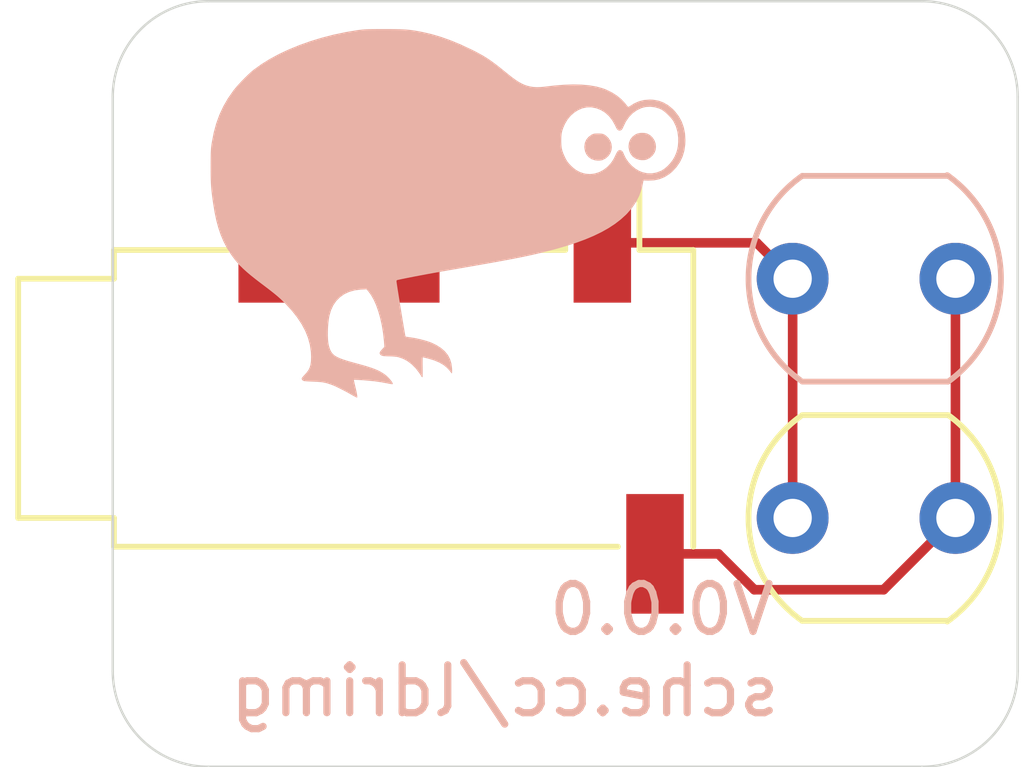
<source format=kicad_pcb>
(kicad_pcb (version 20240108) (generator "pcbnew") (generator_version "8.0")
  (layers (0 "F.Cu" signal) (31 "B.Cu" signal) (34 "B.Paste" user) (35 "F.Paste" user) (36 "B.SilkS" user "B.Silkscreen") (37 "F.SilkS" user "F.Silkscreen") (38 "B.Mask" user) (39 "F.Mask" user) (44 "Edge.Cuts" user))
  (net 0 "")
  (net 1 "Net-(J1-PadT)")
  (net 4 "Net-(J1-PadS)")
  (footprint "Connector_Audio:Jack_3.5mm_PJ320D_Horizontal" (layer "F.Cu") (at 120 60)
    (property "Reference" "J1" (hide yes))
    (property "Value" "AudioJack4")
    (fp_line (start -8.375 -2.5) (end -8.375 2.5) (stroke (width 0.12)) (layer "F.SilkS"))
    (fp_line (start -6.375 -3.1) (end -6.375 -2.5) (stroke (width 0.12)) (layer "F.SilkS"))
    (fp_line (start -6.375 -3.1) (end -4 -3.1) (stroke (width 0.12)) (layer "F.SilkS"))
    (fp_line (start -6.375 -2.5) (end -8.375 -2.5) (stroke (width 0.12)) (layer "F.SilkS"))
    (fp_line (start -6.375 2.5) (end -8.375 2.5) (stroke (width 0.12)) (layer "F.SilkS"))
    (fp_line (start -6.375 2.5) (end -6.375 3.1) (stroke (width 0.12)) (layer "F.SilkS"))
    (fp_line (start -2.35 -3.1) (end -1 -3.1) (stroke (width 0.12)) (layer "F.SilkS"))
    (fp_line (start 0.65 -3.1) (end 3.05 -3.1) (stroke (width 0.12)) (layer "F.SilkS"))
    (fp_line (start 3.05 -3.1) (end 3.05 -4.5) (stroke (width 0.12)) (layer "F.SilkS"))
    (fp_line (start 4.15 3.1) (end -6.375 3.1) (stroke (width 0.12)) (layer "F.SilkS"))
    (fp_line (start 4.6 -3.1) (end 4.6 -4.5) (stroke (width 0.12)) (layer "F.SilkS"))
    (fp_line (start 4.6 -3.1) (end 5.725 -3.1) (stroke (width 0.12)) (layer "F.SilkS"))
    (fp_line (start 5.725 3.1) (end 5.725 -3.1) (stroke (width 0.12)) (layer "F.SilkS"))
    (pad "" np_thru_hole circle (at -4.775 0) (size 1.5 1.5) (drill 1.5) (layers "*.Cu" "*.Mask"))
    (pad "" np_thru_hole circle (at 2.225 0) (size 1.5 1.5) (drill 1.5) (layers "*.Cu" "*.Mask"))
    (pad "R1" smd rect (at -0.175 -3.25) (size 1.2 2.5) (layers "F.Cu" "F.Paste" "F.Mask"))
    (pad "R2" smd rect (at -3.175 -3.25) (size 1.2 2.5) (layers "F.Cu" "F.Paste" "F.Mask"))
    (pad "S" smd rect (at 4.925 3.25) (size 1.2 2.5) (layers "F.Cu" "F.Paste" "F.Mask") (net 4 "Net-(J1-PadS)"))
    (pad "T" smd rect (at 3.825 -3.25) (size 1.2 2.5) (layers "F.Cu" "F.Paste" "F.Mask") (net 1 "Net-(J1-PadT)"))
  )
  (footprint "OptoDevice:R_LDR_5.1x4.3mm_P3.4mm_Vertical" (layer "F.Cu") (at 131.2 62.5 180)
    (property "Reference" "R2" (hide yes))
    (property "Value" "GL5528")
    (fp_line (start 0.15 2.15) (end 3.2 2.15) (stroke (width 0.12)) (layer "F.SilkS"))
    (fp_line (start 0.15 -2.15) (end 3.2 -2.15) (stroke (width 0.12)) (layer "F.SilkS"))
    (fp_arc (start 3.2 -2.15) (mid 4.321403 -0.027338) (end 3.244513 2.118249) (stroke (width 0.12)) (layer "F.SilkS"))
    (fp_arc (start 0.15 2.15) (mid -0.950438 -0.013368) (end 0.171766 -2.165525) (stroke (width 0.12)) (layer "F.SilkS"))
    (pad "1" thru_hole circle (at 0 0 180) (size 1.5 1.5) (drill 0.8) (layers "*.Cu" "*.Mask") (net 4 "Net-(J1-PadS)"))
    (pad "2" thru_hole circle (at 3.4 0 180) (size 1.5 1.5) (drill 0.8) (layers "*.Cu" "*.Mask") (net 1 "Net-(J1-PadT)"))
  )
  (footprint "OptoDevice:R_LDR_5.1x4.3mm_P3.4mm_Vertical" (layer "B.Cu") (at 131.2 57.5 180)
    (property "Reference" "R1" (hide yes))
    (property "Value" "GL5528")
    (fp_line (start 3.2 2.15) (end 0.15 2.15) (stroke (width 0.12)) (layer "B.SilkS"))
    (fp_line (start 3.2 -2.15) (end 0.15 -2.15) (stroke (width 0.12)) (layer "B.SilkS"))
    (fp_arc (start 3.244513 -2.118249) (mid 4.321403 0.027338) (end 3.2 2.15) (stroke (width 0.12)) (layer "B.SilkS"))
    (fp_arc (start 0.171766 2.165525) (mid -0.950438 0.013368) (end 0.15 -2.15) (stroke (width 0.12)) (layer "B.SilkS"))
    (pad "1" thru_hole circle (at 0 0 180) (size 1.5 1.5) (drill 0.8) (layers "*.Cu" "*.Mask") (net 4 "Net-(J1-PadS)"))
    (pad "2" thru_hole circle (at 3.4 0 180) (size 1.5 1.5) (drill 0.8) (layers "*.Cu" "*.Mask") (net 1 "Net-(J1-PadT)"))
  )
  (footprint "LOGO" (layer "B.Cu") (at 120.6 55.7 180)
    (property "Reference" "G***" (at 0 0 180) (layer "B.SilkS") (effects (font (size 1.5 1.5) (thickness 0.3)) (justify mirror)))
    (property "Value" "LOGO" (hide yes))
    (fp_poly (pts (xy -3.970841 1.238763) (xy -3.918911 1.218686) (xy -3.916061 1.217057) (xy -3.854736 1.170583) (xy -3.809758 1.113257) (xy -3.78185 1.046464) (xy -3.771736 0.97159) (xy -3.772604 0.942743) (xy -3.786953 0.867071) (xy -3.817425 0.801882) (xy -3.862407 0.748752) (xy -3.920289 0.70926) (xy -3.989458 0.684982) (xy -4.043164 0.677913) (xy -4.098606 0.678479) (xy -4.14257 0.685849) (xy -4.150294 0.688395) (xy -4.218229 0.723442) (xy -4.274171 0.772373) (xy -4.31575 0.832661) (xy -4.33721 0.887855) (xy -4.346298 0.956779) (xy -4.338085 1.02566) (xy -4.314401 1.091005) (xy -4.277078 1.149325) (xy -4.227946 1.197129) (xy -4.168834 1.230926) (xy -4.154589 1.236162) (xy -4.096068 1.248093) (xy -4.032356 1.248762)) (fill solid) (layer "B.SilkS"))
    (fp_poly (pts (xy -3.089263 1.234704) (xy -3.057089 1.232226) (xy -3.032838 1.226688) (xy -3.010556 1.216937) (xy -2.994759 1.208058) (xy -2.932698 1.161175) (xy -2.887315 1.103823) (xy -2.859213 1.03715) (xy -2.848998 0.962304) (xy -2.849869 0.932822) (xy -2.864219 0.857149) (xy -2.894691 0.79196) (xy -2.939673 0.738831) (xy -2.997554 0.699338) (xy -3.066724 0.67506) (xy -3.12043 0.667991) (xy -3.175872 0.668557) (xy -3.219836 0.675927) (xy -3.227559 0.678474) (xy -3.295445 0.71329) (xy -3.350118 0.760713) (xy -3.39046 0.818079) (xy -3.415352 0.882722) (xy -3.423673 0.951977) (xy -3.414303 1.02318) (xy -3.394825 1.076614) (xy -3.352839 1.14272) (xy -3.296146 1.195924) (xy -3.261682 1.217725) (xy -3.238654 1.226972) (xy -3.207852 1.232503) (xy -3.164536 1.234977) (xy -3.135312 1.235273)) (fill solid) (layer "B.SilkS"))
    (fp_poly (pts (xy 1.329531 3.417966) (xy 1.432588 3.41785) (xy 1.518434 3.4175) (xy 1.589703 3.416809) (xy 1.649027 3.415671) (xy 1.69904 3.413979) (xy 1.742373 3.411628) (xy 1.781661 3.40851) (xy 1.819536 3.404521) (xy 1.85863 3.399553) (xy 1.888265 3.395417) (xy 2.140012 3.353657) (xy 2.388597 3.301086) (xy 2.632251 3.238384) (xy 2.869202 3.16623) (xy 3.09768 3.085303) (xy 3.315915 2.996282) (xy 3.522136 2.899845) (xy 3.714572 2.796672) (xy 3.891452 2.687443) (xy 4.051006 2.572835) (xy 4.067969 2.559496) (xy 4.120127 2.515236) (xy 4.180688 2.459205) (xy 4.245872 2.395297) (xy 4.311902 2.327407) (xy 4.374999 2.259429) (xy 4.431385 2.195258) (xy 4.477281 2.138789) (xy 4.481536 2.133203) (xy 4.595238 1.969766) (xy 4.692342 1.801679) (xy 4.773772 1.626705) (xy 4.840453 1.442605) (xy 4.893309 1.247143) (xy 4.932906 1.040364) (xy 4.938984 0.999887) (xy 4.943867 0.962253) (xy 4.947686 0.9246) (xy 4.950573 0.884068) (xy 4.952659 0.837795) (xy 4.954074 0.78292) (xy 4.954952 0.716581) (xy 4.955422 0.635916) (xy 4.955608 0.545703) (xy 4.955502 0.43736) (xy 4.954766 0.34497) (xy 4.953146 0.264648) (xy 4.950386 0.192506) (xy 4.946232 0.124659) (xy 4.940428 0.05722) (xy 4.93272 -0.013698) (xy 4.922851 -0.091982) (xy 4.910567 -0.181516) (xy 4.905539 -0.217012) (xy 4.874547 -0.407674) (xy 4.838043 -0.581259) (xy 4.795296 -0.739949) (xy 4.745572 -0.885925) (xy 4.688137 -1.021371) (xy 4.622259 -1.148469) (xy 4.556735 -1.255117) (xy 4.50602 -1.329036) (xy 4.454553 -1.397776) (xy 4.400396 -1.463226) (xy 4.341609 -1.527275) (xy 4.276252 -1.591814) (xy 4.202385 -1.658731) (xy 4.118068 -1.729915) (xy 4.021363 -1.807257) (xy 3.910329 -1.892646) (xy 3.874492 -1.919695) (xy 3.783653 -1.988413) (xy 3.706596 -2.047702) (xy 3.640899 -2.09959) (xy 3.584141 -2.146103) (xy 3.5339 -2.189269) (xy 3.487756 -2.231116) (xy 3.443286 -2.273669) (xy 3.400228 -2.316758) (xy 3.266427 -2.462202) (xy 3.152086 -2.606341) (xy 3.056911 -2.749778) (xy 2.980609 -2.893114) (xy 2.922888 -3.036953) (xy 2.883455 -3.181897) (xy 2.862016 -3.32855) (xy 2.857558 -3.433627) (xy 2.860426 -3.521734) (xy 2.870141 -3.594865) (xy 2.888194 -3.657149) (xy 2.916075 -3.712718) (xy 2.955274 -3.765702) (xy 2.991431 -3.804657) (xy 3.01994 -3.835205) (xy 3.042003 -3.862462) (xy 3.054383 -3.882255) (xy 3.055938 -3.887812) (xy 3.048972 -3.907758) (xy 3.035062 -3.925044) (xy 3.025704 -3.931767) (xy 3.012533 -3.936937) (xy 2.992665 -3.9409) (xy 2.96322 -3.944003) (xy 2.921313 -3.946593) (xy 2.864063 -3.949018) (xy 2.824222 -3.950434) (xy 2.739341 -3.95415) (xy 2.669358 -3.959461) (xy 2.609338 -3.967242) (xy 2.554348 -3.978367) (xy 2.499454 -3.993711) (xy 2.439724 -4.014147) (xy 2.41688 -4.022621) (xy 2.365821 -4.043828) (xy 2.301683 -4.073616) (xy 2.228235 -4.110083) (xy 2.149248 -4.151329) (xy 2.068493 -4.195454) (xy 2.024063 -4.220622) (xy 1.980923 -4.244955) (xy 1.943567 -4.265203) (xy 1.91554 -4.279505) (xy 1.900384 -4.285999) (xy 1.899219 -4.286197) (xy 1.893544 -4.277966) (xy 1.893581 -4.252453) (xy 1.896211 -4.229199) (xy 1.901688 -4.197112) (xy 1.910898 -4.151826) (xy 1.922558 -4.09934) (xy 1.935388 -4.045656) (xy 1.935491 -4.045244) (xy 1.94688 -3.997921) (xy 1.955788 -3.957958) (xy 1.961446 -3.92905) (xy 1.96308 -3.914895) (xy 1.962845 -3.914147) (xy 1.951416 -3.912946) (xy 1.923497 -3.913383) (xy 1.882356 -3.915229) (xy 1.83126 -3.918255) (xy 1.773474 -3.922233) (xy 1.712266 -3.926934) (xy 1.650903 -3.932129) (xy 1.592651 -3.93759) (xy 1.540776 -3.943088) (xy 1.527969 -3.944587) (xy 1.463886 -3.953268) (xy 1.39119 -3.964656) (xy 1.320603 -3.977008) (xy 1.28142 -3.984629) (xy 1.234556 -3.993705) (xy 1.194977 -4.000344) (xy 1.166576 -4.003967) (xy 1.153246 -4.003994) (xy 1.152871 -4.003757) (xy 1.151532 -3.989334) (xy 1.162683 -3.964892) (xy 1.183845 -3.933437) (xy 1.212535 -3.897975) (xy 1.246275 -3.861511) (xy 1.282584 -3.827051) (xy 1.318981 -3.797602) (xy 1.328558 -3.79086) (xy 1.375957 -3.760422) (xy 1.424899 -3.732859) (xy 1.477908 -3.707206) (xy 1.537511 -3.682495) (xy 1.606231 -3.657759) (xy 1.686594 -3.632032) (xy 1.781124 -3.604346) (xy 1.892346 -3.573735) (xy 1.903101 -3.570846) (xy 2.018865 -3.539118) (xy 2.116913 -3.510341) (xy 2.198956 -3.483427) (xy 2.266705 -3.457285) (xy 2.321871 -3.430826) (xy 2.366166 -3.402959) (xy 2.401301 -3.372596) (xy 2.428987 -3.338645) (xy 2.450936 -3.300017) (xy 2.468858 -3.255622) (xy 2.484466 -3.204371) (xy 2.485702 -3.199805) (xy 2.496865 -3.141892) (xy 2.504103 -3.068824) (xy 2.507488 -2.984881) (xy 2.507092 -2.894344) (xy 2.502988 -2.801495) (xy 2.495249 -2.710614) (xy 2.483947 -2.625984) (xy 2.475185 -2.578542) (xy 2.441638 -2.460947) (xy 2.393217 -2.356267) (xy 2.330531 -2.265009) (xy 2.254193 -2.18768) (xy 2.164813 -2.124786) (xy 2.063003 -2.076834) (xy 1.949374 -2.044332) (xy 1.824537 -2.027785) (xy 1.810148 -2.026961) (xy 1.700414 -2.021461) (xy 1.664029 -2.063969) (xy 1.604988 -2.1445) (xy 1.549954 -2.242633) (xy 1.499526 -2.356419) (xy 1.454308 -2.483909) (xy 1.414899 -2.623156) (xy 1.381901 -2.772212) (xy 1.355916 -2.929127) (xy 1.337545 -3.091955) (xy 1.334287 -3.132352) (xy 1.327501 -3.22365) (xy 1.378125 -3.277178) (xy 1.409581 -3.314146) (xy 1.425165 -3.343111) (xy 1.425627 -3.366915) (xy 1.411714 -3.388395) (xy 1.408328 -3.39169) (xy 1.390649 -3.404003) (xy 1.366091 -3.412799) (xy 1.331524 -3.418575) (xy 1.283819 -3.421826) (xy 1.219849 -3.423049) (xy 1.210469 -3.423084) (xy 1.157185 -3.424778) (xy 1.103506 -3.429109) (xy 1.057696 -3.43532) (xy 1.041947 -3.438505) (xy 0.940434 -3.472452) (xy 0.843238 -3.524885) (xy 0.751791 -3.594659) (xy 0.667528 -3.680626) (xy 0.59188 -3.781639) (xy 0.570444 -3.815761) (xy 0.551092 -3.845828) (xy 0.53861 -3.859621) (xy 0.531349 -3.858789) (xy 0.530038 -3.856188) (xy 0.528292 -3.8416) (xy 0.527087 -3.810477) (xy 0.526466 -3.76612) (xy 0.52647 -3.711831) (xy 0.527142 -3.650913) (xy 0.527303 -3.641392) (xy 0.528051 -3.581078) (xy 0.528092 -3.528141) (xy 0.527475 -3.485549) (xy 0.52625 -3.45627) (xy 0.524465 -3.443273) (xy 0.524049 -3.442889) (xy 0.512338 -3.445224) (xy 0.485388 -3.451586) (xy 0.447168 -3.461013) (xy 0.401646 -3.472544) (xy 0.400026 -3.472959) (xy 0.28484 -3.508266) (xy 0.18281 -3.551418) (xy 0.095926 -3.601423) (xy 0.026178 -3.657289) (xy 0.022381 -3.661004) (xy -0.008237 -3.69272) (xy -0.035058 -3.722943) (xy -0.053463 -3.746396) (xy -0.056652 -3.751321) (xy -0.070934 -3.772343) (xy -0.080723 -3.778241) (xy -0.08646 -3.767952) (xy -0.088582 -3.740414) (xy -0.087531 -3.694561) (xy -0.086741 -3.678535) (xy -0.073322 -3.573547) (xy -0.0444 -3.478772) (xy 0.000618 -3.393454) (xy 0.062325 -3.316837) (xy 0.141315 -3.248164) (xy 0.238181 -3.18668) (xy 0.337089 -3.138607) (xy 0.39704 -3.115812) (xy 0.470989 -3.092539) (xy 0.553186 -3.070257) (xy 0.637881 -3.050438) (xy 0.719323 -3.034552) (xy 0.778867 -3.025591) (xy 0.821411 -3.019771) (xy 0.856409 -3.014027) (xy 0.879275 -3.009164) (xy 0.885478 -3.006842) (xy 0.887993 -2.996518) (xy 0.893277 -2.968696) (xy 0.900985 -2.925477) (xy 0.910773 -2.868961) (xy 0.922298 -2.801248) (xy 0.935215 -2.72444) (xy 0.949179 -2.640636) (xy 0.963848 -2.551937) (xy 0.978877 -2.460443) (xy 0.993921 -2.368255) (xy 1.008637 -2.277474) (xy 1.02268 -2.190198) (xy 1.035707 -2.10853) (xy 1.047373 -2.03457) (xy 1.057334 -1.970417) (xy 1.065247 -1.918173) (xy 1.070766 -1.879937) (xy 1.073232 -1.860802) (xy 1.073249 -1.840665) (xy 1.063703 -1.830255) (xy 1.041797 -1.823912) (xy 0.950995 -1.804673) (xy 0.843407 -1.782856) (xy 0.721842 -1.758989) (xy 0.589112 -1.733604) (xy 0.448029 -1.707231) (xy 0.301403 -1.6804) (xy 0.152047 -1.653641) (xy 0.002771 -1.627484) (xy -0.024805 -1.622721) (xy -0.235373 -1.586365) (xy -0.427665 -1.553017) (xy -0.60298 -1.522428) (xy -0.762617 -1.494349) (xy -0.907874 -1.468533) (xy -1.04005 -1.444731) (xy -1.160444 -1.422696) (xy -1.270355 -1.402179) (xy -1.371082 -1.382933) (xy -1.463923 -1.364709) (xy -1.550178 -1.347259) (xy -1.631145 -1.330335) (xy -1.708123 -1.31369) (xy -1.782411 -1.297075) (xy -1.855308 -1.280242) (xy -1.928112 -1.262942) (xy -1.999258 -1.245633) (xy -2.245606 -1.181818) (xy -2.473031 -1.115956) (xy -2.682387 -1.047651) (xy -2.874527 -0.976509) (xy -3.050303 -0.902134) (xy -3.210569 -0.82413) (xy -3.356176 -0.7421) (xy -3.487978 -0.655651) (xy -3.606827 -0.564385) (xy -3.713577 -0.467908) (xy -3.745841 -0.435331) (xy -3.846813 -0.319087) (xy -3.92914 -0.198702) (xy -3.99391 -0.072148) (xy -4.042208 0.0626) (xy -4.066966 0.163711) (xy -4.085063 0.253008) (xy -4.183176 0.249673) (xy -4.302777 0.254867) (xy -4.415693 0.278726) (xy -4.521636 0.321142) (xy -4.620315 0.382007) (xy -4.687736 0.438155) (xy -4.776499 0.533363) (xy -4.847612 0.636935) (xy -4.901299 0.749401) (xy -4.937778 0.871295) (xy -4.95727 1.003148) (xy -4.95921 1.052454) (xy -4.809005 1.052454) (xy -4.801798 0.969756) (xy -4.788818 0.898646) (xy -4.768039 0.831228) (xy -4.737438 0.759602) (xy -4.729992 0.744141) (xy -4.690894 0.677833) (xy -4.639965 0.611729) (xy -4.581594 0.550396) (xy -4.520167 0.498401) (xy -4.46007 0.460312) (xy -4.454922 0.457744) (xy -4.357119 0.420069) (xy -4.259414 0.40223) (xy -4.161907 0.404228) (xy -4.064698 0.426062) (xy -3.993273 0.454866) (xy -3.914238 0.501998) (xy -3.839283 0.56405) (xy -3.77225 0.636813) (xy -3.716979 0.716077) (xy -3.677311 0.797634) (xy -3.675168 0.803458) (xy -3.657561 0.84429) (xy -3.638107 0.869766) (xy -3.612954 0.884274) (xy -3.601013 0.887845) (xy -3.576529 0.888208) (xy -3.553886 0.875154) (xy -3.531384 0.846904) (xy -3.507327 0.801677) (xy -3.497102 0.778926) (xy -3.4549 0.693755) (xy -3.406645 0.621658) (xy -3.347608 0.555911) (xy -3.32552 0.53498) (xy -3.244219 0.472569) (xy -3.15577 0.426724) (xy -3.062658 0.398127) (xy -2.967365 0.38746) (xy -2.872374 0.395407) (xy -2.842221 0.40205) (xy -2.761415 0.428494) (xy -2.689479 0.465494) (xy -2.621049 0.516216) (xy -2.573348 0.560591) (xy -2.532301 0.603387) (xy -2.501706 0.640549) (xy -2.476605 0.678944) (xy -2.452038 0.725436) (xy -2.447438 0.734888) (xy -2.415265 0.805687) (xy -2.392726 0.867138) (xy -2.378279 0.926015) (xy -2.370381 0.989086) (xy -2.367492 1.063123) (xy -2.36737 1.086445) (xy -2.369147 1.164711) (xy -2.375505 1.230138) (xy -2.387986 1.289498) (xy -2.408133 1.34956) (xy -2.437487 1.417095) (xy -2.447438 1.438002) (xy -2.49929 1.526271) (xy -2.56348 1.604031) (xy -2.637606 1.669772) (xy -2.719268 1.721984) (xy -2.806064 1.759156) (xy -2.895593 1.779778) (xy -2.985454 1.782339) (xy -2.993701 1.78161) (xy -3.09793 1.761732) (xy -3.194724 1.723853) (xy -3.283144 1.668721) (xy -3.362253 1.597084) (xy -3.431111 1.509692) (xy -3.488782 1.407292) (xy -3.503221 1.375037) (xy -3.52738 1.329116) (xy -3.55345 1.302175) (xy -3.582659 1.29336) (xy -3.611617 1.299788) (xy -3.629812 1.311487) (xy -3.645664 1.33264) (xy -3.662299 1.367691) (xy -3.666322 1.377579) (xy -3.718284 1.484355) (xy -3.783142 1.577738) (xy -3.859788 1.65659) (xy -3.947118 1.719771) (xy -4.043164 1.765821) (xy -4.130084 1.788155) (xy -4.222882 1.793895) (xy -4.317096 1.783381) (xy -4.408261 1.756956) (xy -4.458861 1.734015) (xy -4.502196 1.706138) (xy -4.55161 1.666092) (xy -4.602476 1.618416) (xy -4.650164 1.567649) (xy -4.690049 1.518328) (xy -4.711111 1.486643) (xy -4.760582 1.382909) (xy -4.793371 1.269831) (xy -4.809002 1.149514) (xy -4.809005 1.052454) (xy -4.95921 1.052454) (xy -4.960937 1.096367) (xy -4.952375 1.235465) (xy -4.926596 1.364796) (xy -4.883464 1.484697) (xy -4.822844 1.595502) (xy -4.744598 1.697548) (xy -4.696388 1.747757) (xy -4.604737 1.824074) (xy -4.506626 1.881653) (xy -4.401712 1.920637) (xy -4.289651 1.941166) (xy -4.216299 1.944688) (xy -4.10013 1.936076) (xy -3.992262 1.909844) (xy -3.890802 1.865394) (xy -3.816277 1.81868) (xy -3.789678 1.80175) (xy -3.769443 1.792558) (xy -3.761089 1.792559) (xy -3.752126 1.803675) (xy -3.73413 1.826242) (xy -3.710379 1.856145) (xy -3.700242 1.868935) (xy -3.623488 1.951672) (xy -3.53055 2.027762) (xy -3.424551 2.095134) (xy -3.308616 2.151718) (xy -3.227191 2.182478) (xy -3.09834 2.217659) (xy -2.953131 2.242461) (xy -2.792132 2.256863) (xy -2.615907 2.260845) (xy -2.425024 2.254389) (xy -2.22005 2.237473) (xy -2.088555 2.222038) (xy -1.996217 2.211253) (xy -1.919098 2.205155) (xy -1.853143 2.203705) (xy -1.794298 2.206863) (xy -1.73851 2.214591) (xy -1.718567 2.218449) (xy -1.658771 2.233092) (xy -1.601437 2.252433) (xy -1.54406 2.277923) (xy -1.484134 2.311013) (xy -1.419156 2.353153) (xy -1.346619 2.405794) (xy -1.264019 2.470387) (xy -1.21543 2.509861) (xy -1.11599 2.590673) (xy -1.028137 2.660069) (xy -0.948847 2.720059) (xy -0.875096 2.772655) (xy -0.803859 2.819867) (xy -0.732111 2.863706) (xy -0.656828 2.906182) (xy -0.574986 2.949306) (xy -0.491133 2.991362) (xy -0.271886 3.094029) (xy -0.062002 3.181182) (xy 0.140556 3.253547) (xy 0.337826 3.311851) (xy 0.531847 3.356821) (xy 0.535781 3.357604) (xy 0.610824 3.372102) (xy 0.678453 3.384117) (xy 0.741645 3.393873) (xy 0.803375 3.401598) (xy 0.866622 3.407519) (xy 0.93436 3.41186) (xy 1.009566 3.414849) (xy 1.095216 3.416713) (xy 1.194286 3.417676) (xy 1.309754 3.417967)) (fill solid) (layer "B.SilkS"))
  )
  (gr_arc (start 132.5 65.7) (mid 131.914214 67.114214) (end 130.5 67.7) (stroke (width 0.05)) (layer "Edge.Cuts"))
  (gr_arc (start 130.5 51.7) (mid 131.914214 52.285786) (end 132.5 53.7) (stroke (width 0.05)) (layer "Edge.Cuts"))
  (gr_arc (start 115.6 67.7) (mid 114.185786 67.114214) (end 113.6 65.7) (stroke (width 0.05)) (layer "Edge.Cuts"))
  (gr_line (start 115.6 51.7) (end 130.5 51.7) (stroke (width 0.05)) (layer "Edge.Cuts"))
  (gr_line (start 113.6 65.7) (end 113.6 53.7) (stroke (width 0.05)) (layer "Edge.Cuts"))
  (gr_line (start 130.5 67.7) (end 115.6 67.7) (stroke (width 0.05)) (layer "Edge.Cuts"))
  (gr_line (start 132.5 53.7) (end 132.5 65.7) (stroke (width 0.05)) (layer "Edge.Cuts"))
  (gr_arc (start 113.6 53.7) (mid 114.185786 52.285786) (end 115.6 51.7) (stroke (width 0.05)) (layer "Edge.Cuts"))
  (gr_text "V0.0.0" (at 127.5 65 0) (layer "B.SilkS") (effects (font (size 1 1)) (justify left bottom mirror)))
  (gr_text "sche.cc/ldrimg" (at 127.6 66.7 -0) (layer "B.SilkS") (effects (font (size 1 1)) (justify left bottom mirror)))
  (segment (start 123.825 56.75) (end 127.05 56.75) (width 0.2) (layer "F.Cu") (net 1))
  (segment (start 127.8 62.5) (end 127.8 57.5) (width 0.2) (layer "F.Cu") (net 1))
  (segment (start 127.05 56.75) (end 127.8 57.5) (width 0.2) (layer "F.Cu") (net 1))
  (segment (start 126.25 63.25) (end 124.925 63.25) (width 0.2) (layer "F.Cu") (net 4))
  (segment (start 127 64) (end 126.25 63.25) (width 0.2) (layer "F.Cu") (net 4))
  (segment (start 129.7 64) (end 127 64) (width 0.2) (layer "F.Cu") (net 4))
  (segment (start 131.2 62.5) (end 129.7 64) (width 0.2) (layer "F.Cu") (net 4))
  (segment (start 131.2 57.5) (end 131.2 62.5) (width 0.2) (layer "F.Cu") (net 4))
)
</source>
